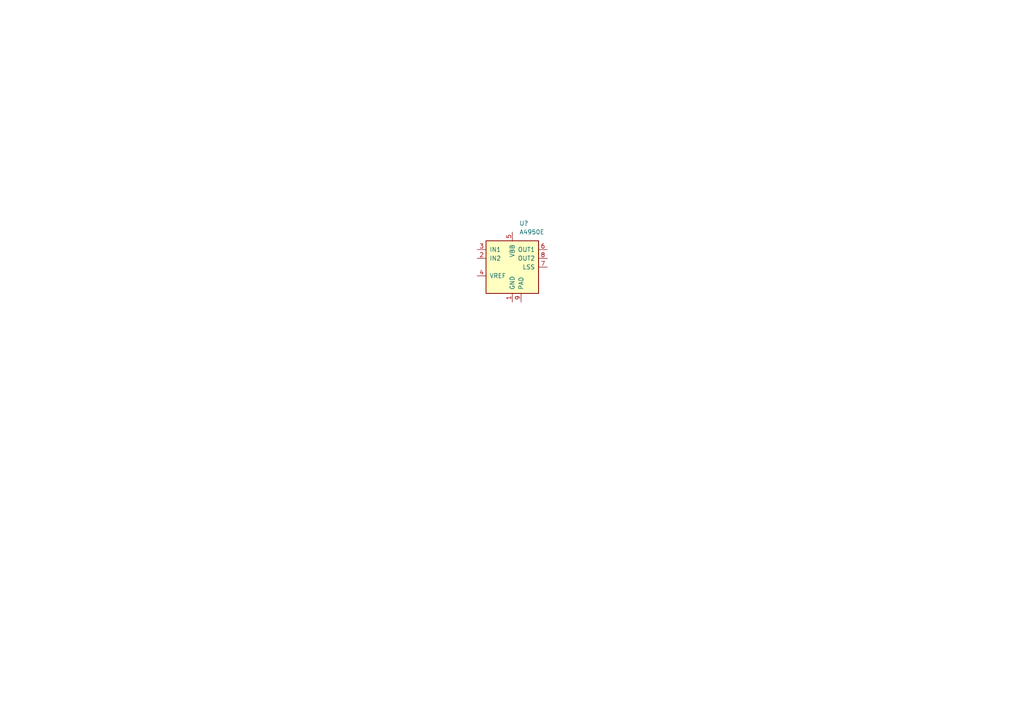
<source format=kicad_sch>
(kicad_sch (version 20211123) (generator eeschema)

  (uuid 120e1df6-f4e3-4b52-b2ca-628510bd8ea7)

  (paper "A4")

  (lib_symbols
    (symbol "Driver_Motor:A4950E" (pin_names (offset 1.016)) (in_bom yes) (on_board yes)
      (property "Reference" "U" (id 0) (at -7.62 8.89 0)
        (effects (font (size 1.27 1.27)) (justify left))
      )
      (property "Value" "A4950E" (id 1) (at 5.08 8.89 0)
        (effects (font (size 1.27 1.27)) (justify left))
      )
      (property "Footprint" "Package_SO:SOIC-8-1EP_3.9x4.9mm_P1.27mm_EP2.41x3.3mm" (id 2) (at 0 -13.97 0)
        (effects (font (size 1.27 1.27)) hide)
      )
      (property "Datasheet" "http://www.allegromicro.com/~/media/Files/Datasheets/A4950-Datasheet.ashx" (id 3) (at -7.62 8.89 0)
        (effects (font (size 1.27 1.27)) hide)
      )
      (property "ki_keywords" "full-bridge h-bridge" (id 4) (at 0 0 0)
        (effects (font (size 1.27 1.27)) hide)
      )
      (property "ki_description" "Full-Bridge, DMOS PWM, Motor Driver, 40V, 3.5A, -40 to +85C" (id 5) (at 0 0 0)
        (effects (font (size 1.27 1.27)) hide)
      )
      (property "ki_fp_filters" "SOIC-*1EP*" (id 6) (at 0 0 0)
        (effects (font (size 1.27 1.27)) hide)
      )
      (symbol "A4950E_0_1"
        (rectangle (start -7.62 7.62) (end 7.62 -7.62)
          (stroke (width 0.254) (type default) (color 0 0 0 0))
          (fill (type background))
        )
      )
      (symbol "A4950E_1_1"
        (pin power_in line (at 0 -10.16 90) (length 2.54)
          (name "GND" (effects (font (size 1.27 1.27))))
          (number "1" (effects (font (size 1.27 1.27))))
        )
        (pin input line (at -10.16 2.54 0) (length 2.54)
          (name "IN2" (effects (font (size 1.27 1.27))))
          (number "2" (effects (font (size 1.27 1.27))))
        )
        (pin input line (at -10.16 5.08 0) (length 2.54)
          (name "IN1" (effects (font (size 1.27 1.27))))
          (number "3" (effects (font (size 1.27 1.27))))
        )
        (pin passive line (at -10.16 -2.54 0) (length 2.54)
          (name "VREF" (effects (font (size 1.27 1.27))))
          (number "4" (effects (font (size 1.27 1.27))))
        )
        (pin power_in line (at 0 10.16 270) (length 2.54)
          (name "VBB" (effects (font (size 1.27 1.27))))
          (number "5" (effects (font (size 1.27 1.27))))
        )
        (pin power_out line (at 10.16 5.08 180) (length 2.54)
          (name "OUT1" (effects (font (size 1.27 1.27))))
          (number "6" (effects (font (size 1.27 1.27))))
        )
        (pin power_in line (at 10.16 0 180) (length 2.54)
          (name "LSS" (effects (font (size 1.27 1.27))))
          (number "7" (effects (font (size 1.27 1.27))))
        )
        (pin power_out line (at 10.16 2.54 180) (length 2.54)
          (name "OUT2" (effects (font (size 1.27 1.27))))
          (number "8" (effects (font (size 1.27 1.27))))
        )
        (pin power_in line (at 2.54 -10.16 90) (length 2.54)
          (name "PAD" (effects (font (size 1.27 1.27))))
          (number "9" (effects (font (size 1.27 1.27))))
        )
      )
    )
  )


  (symbol (lib_id "Driver_Motor:A4950E") (at 148.59 77.47 0) (unit 1)
    (in_bom yes) (on_board yes) (fields_autoplaced)
    (uuid df904e98-101e-4ff8-a9a5-13c5f923565d)
    (property "Reference" "U?" (id 0) (at 150.6094 64.77 0)
      (effects (font (size 1.27 1.27)) (justify left))
    )
    (property "Value" "A4950E" (id 1) (at 150.6094 67.31 0)
      (effects (font (size 1.27 1.27)) (justify left))
    )
    (property "Footprint" "Package_SO:SOIC-8-1EP_3.9x4.9mm_P1.27mm_EP2.41x3.3mm" (id 2) (at 148.59 91.44 0)
      (effects (font (size 1.27 1.27)) hide)
    )
    (property "Datasheet" "http://www.allegromicro.com/~/media/Files/Datasheets/A4950-Datasheet.ashx" (id 3) (at 140.97 68.58 0)
      (effects (font (size 1.27 1.27)) hide)
    )
    (pin "1" (uuid 3148b864-d63e-4a1a-bb0d-284aaf33a5e4))
    (pin "2" (uuid 84a350a1-34b3-42dd-b92f-ce865dd27788))
    (pin "3" (uuid 944019ad-e9b6-44c7-abb0-83e5e1a302a0))
    (pin "4" (uuid 86df327a-f8fc-4437-9032-f91a8ed95172))
    (pin "5" (uuid 66551d29-662a-46d6-90aa-386f46fa9d59))
    (pin "6" (uuid 2ce2ec9b-4e99-4422-8b50-25ff5bf112f2))
    (pin "7" (uuid 3638da6c-5eff-4202-b886-ff131c6d9fdc))
    (pin "8" (uuid 5db3e6ff-4764-422c-a628-fff505743b80))
    (pin "9" (uuid 050c651a-06f9-4d78-84ee-05fd402cff88))
  )

  (sheet_instances
    (path "/" (page "1"))
  )

  (symbol_instances
    (path "/df904e98-101e-4ff8-a9a5-13c5f923565d"
      (reference "U?") (unit 1) (value "A4950E") (footprint "Package_SO:SOIC-8-1EP_3.9x4.9mm_P1.27mm_EP2.41x3.3mm")
    )
  )
)

</source>
